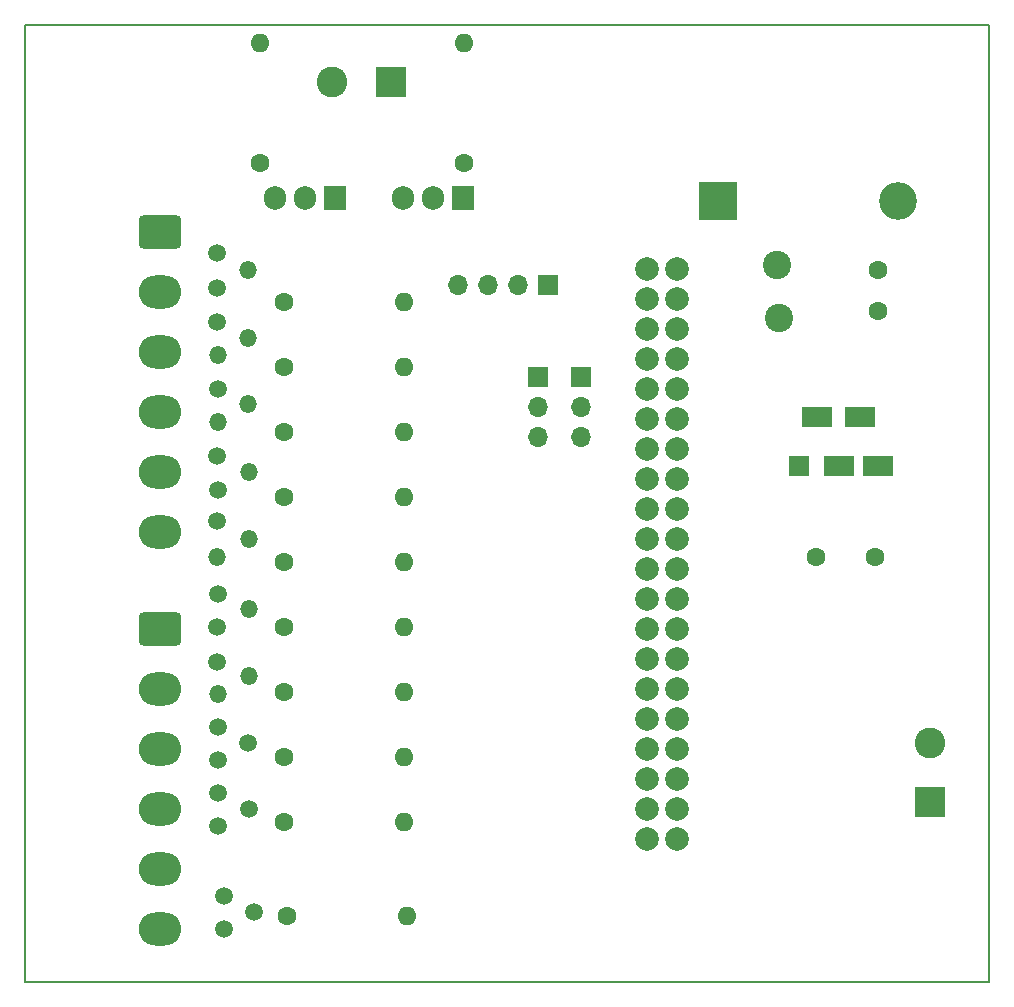
<source format=gbr>
%TF.GenerationSoftware,KiCad,Pcbnew,6.0.11-2627ca5db0~126~ubuntu20.04.1*%
%TF.CreationDate,2023-07-28T15:03:06-03:00*%
%TF.ProjectId,PEF2,50454632-2e6b-4696-9361-645f70636258,rev?*%
%TF.SameCoordinates,Original*%
%TF.FileFunction,Copper,L1,Top*%
%TF.FilePolarity,Positive*%
%FSLAX46Y46*%
G04 Gerber Fmt 4.6, Leading zero omitted, Abs format (unit mm)*
G04 Created by KiCad (PCBNEW 6.0.11-2627ca5db0~126~ubuntu20.04.1) date 2023-07-28 15:03:06*
%MOMM*%
%LPD*%
G01*
G04 APERTURE LIST*
G04 Aperture macros list*
%AMRoundRect*
0 Rectangle with rounded corners*
0 $1 Rounding radius*
0 $2 $3 $4 $5 $6 $7 $8 $9 X,Y pos of 4 corners*
0 Add a 4 corners polygon primitive as box body*
4,1,4,$2,$3,$4,$5,$6,$7,$8,$9,$2,$3,0*
0 Add four circle primitives for the rounded corners*
1,1,$1+$1,$2,$3*
1,1,$1+$1,$4,$5*
1,1,$1+$1,$6,$7*
1,1,$1+$1,$8,$9*
0 Add four rect primitives between the rounded corners*
20,1,$1+$1,$2,$3,$4,$5,0*
20,1,$1+$1,$4,$5,$6,$7,0*
20,1,$1+$1,$6,$7,$8,$9,0*
20,1,$1+$1,$8,$9,$2,$3,0*%
G04 Aperture macros list end*
%TA.AperFunction,Profile*%
%ADD10C,0.200000*%
%TD*%
%TA.AperFunction,ComponentPad*%
%ADD11C,1.500000*%
%TD*%
%TA.AperFunction,ComponentPad*%
%ADD12O,1.500000X1.500000*%
%TD*%
%TA.AperFunction,ComponentPad*%
%ADD13R,1.700000X1.700000*%
%TD*%
%TA.AperFunction,ComponentPad*%
%ADD14O,1.700000X1.700000*%
%TD*%
%TA.AperFunction,ComponentPad*%
%ADD15C,1.600000*%
%TD*%
%TA.AperFunction,ComponentPad*%
%ADD16O,1.600000X1.600000*%
%TD*%
%TA.AperFunction,ComponentPad*%
%ADD17R,3.200000X3.200000*%
%TD*%
%TA.AperFunction,ComponentPad*%
%ADD18O,3.200000X3.200000*%
%TD*%
%TA.AperFunction,ComponentPad*%
%ADD19RoundRect,0.336538X-1.463462X1.063462X-1.463462X-1.063462X1.463462X-1.063462X1.463462X1.063462X0*%
%TD*%
%TA.AperFunction,ComponentPad*%
%ADD20O,3.600000X2.800000*%
%TD*%
%TA.AperFunction,ComponentPad*%
%ADD21C,2.400000*%
%TD*%
%TA.AperFunction,ComponentPad*%
%ADD22C,2.000000*%
%TD*%
%TA.AperFunction,ComponentPad*%
%ADD23R,2.600000X2.600000*%
%TD*%
%TA.AperFunction,ComponentPad*%
%ADD24C,2.600000*%
%TD*%
%TA.AperFunction,ComponentPad*%
%ADD25R,1.800000X1.800000*%
%TD*%
%TA.AperFunction,ComponentPad*%
%ADD26R,2.500000X1.800000*%
%TD*%
%TA.AperFunction,ComponentPad*%
%ADD27R,1.905000X2.000000*%
%TD*%
%TA.AperFunction,ComponentPad*%
%ADD28O,1.905000X2.000000*%
%TD*%
G04 APERTURE END LIST*
D10*
X12400000Y-12400000D02*
X94000000Y-12400000D01*
X94000000Y-12400000D02*
X94000000Y-93400000D01*
X94000000Y-93400000D02*
X12400000Y-93400000D01*
X12400000Y-93400000D02*
X12400000Y-12400000D01*
D11*
%TO.P,Q3,1,E*%
%TO.N,GND*%
X28640000Y-48840000D03*
D12*
%TO.P,Q3,2,B*%
%TO.N,Net-(Q3-Pad2)*%
X31340000Y-50240000D03*
D11*
%TO.P,Q3,3,C*%
%TO.N,530*%
X28740000Y-51740000D03*
%TD*%
D13*
%TO.P,J3,1,Pin_1*%
%TO.N,3.3 V*%
X55795000Y-42200000D03*
D14*
%TO.P,J3,2,Pin_2*%
X55795000Y-44740000D03*
%TO.P,J3,3,Pin_3*%
X55795000Y-47280000D03*
%TD*%
D15*
%TO.P,R5,1*%
%TO.N,Net-(Q4-Pad2)*%
X34320000Y-74326250D03*
D16*
%TO.P,R5,2*%
%TO.N,37*%
X44480000Y-74326250D03*
%TD*%
D17*
%TO.P,D1,1,K*%
%TO.N,Net-(D1-Pad1)*%
X71040000Y-27270000D03*
D18*
%TO.P,D1,2,A*%
%TO.N,GND*%
X86280000Y-27270000D03*
%TD*%
D15*
%TO.P,R10,1*%
%TO.N,Net-(Q9-Pad2)*%
X34320000Y-63318750D03*
D16*
%TO.P,R10,2*%
%TO.N,33*%
X44480000Y-63318750D03*
%TD*%
D15*
%TO.P,C2,1*%
%TO.N,5 V*%
X84600000Y-36590000D03*
%TO.P,C2,2*%
%TO.N,GND*%
X84600000Y-33090000D03*
%TD*%
D19*
%TO.P,J2,1,Pin_1*%
%TO.N,530*%
X23777500Y-63500000D03*
D20*
%TO.P,J2,2,Pin_2*%
%TO.N,600*%
X23777500Y-68580000D03*
%TO.P,J2,3,Pin_3*%
%TO.N,660*%
X23777500Y-73660000D03*
%TO.P,J2,4,Pin_4*%
%TO.N,WA*%
X23777500Y-78740000D03*
%TO.P,J2,5,Pin_5*%
%TO.N,12V*%
X23777500Y-83820000D03*
%TO.P,J2,6,Pin_6*%
%TO.N,PUMP*%
X23777500Y-88900000D03*
%TD*%
D15*
%TO.P,R2,1*%
%TO.N,Net-(Q1-Pad2)*%
X34320000Y-68822500D03*
D16*
%TO.P,R2,2*%
%TO.N,35*%
X44480000Y-68822500D03*
%TD*%
D21*
%TO.P,L1,1,1*%
%TO.N,Net-(D1-Pad1)*%
X76170000Y-37210000D03*
%TO.P,L1,2,2*%
%TO.N,5 V*%
X76070000Y-32710000D03*
%TD*%
D15*
%TO.P,R3,1*%
%TO.N,Net-(Q2-Pad2)*%
X34320000Y-79830000D03*
D16*
%TO.P,R3,2*%
%TO.N,40*%
X44480000Y-79830000D03*
%TD*%
D11*
%TO.P,Q5,1,E*%
%TO.N,GND*%
X29200000Y-86120000D03*
%TO.P,Q5,2,B*%
%TO.N,Net-(Q5-Pad2)*%
X31800000Y-87520000D03*
%TO.P,Q5,3,C*%
%TO.N,PUMP*%
X29200000Y-88920000D03*
%TD*%
D22*
%TO.P,J7,1,Pin_1*%
%TO.N,3.3 V*%
X65000000Y-33075000D03*
%TO.P,J7,2,Pin_2*%
%TO.N,5 V*%
X67540000Y-33075000D03*
%TO.P,J7,3,Pin_3*%
%TO.N,SDA*%
X65000000Y-35615000D03*
%TO.P,J7,4,Pin_4*%
%TO.N,5 V*%
X67540000Y-35615000D03*
%TO.P,J7,5,Pin_5*%
%TO.N,SCL*%
X65000000Y-38155000D03*
%TO.P,J7,6,Pin_6*%
%TO.N,GND*%
X67540000Y-38155000D03*
%TO.P,J7,7,Pin_7*%
%TO.N,Accept B*%
X65000000Y-40695000D03*
%TO.P,J7,8,Pin_8*%
%TO.N,unconnected-(J7-Pad8)*%
X67540000Y-40695000D03*
%TO.P,J7,9,Pin_9*%
%TO.N,GND*%
X65000000Y-43235000D03*
%TO.P,J7,10,Pin_10*%
%TO.N,unconnected-(J7-Pad10)*%
X67540000Y-43235000D03*
%TO.P,J7,11,Pin_11*%
%TO.N,Change B*%
X65000000Y-45775000D03*
%TO.P,J7,12,Pin_12*%
%TO.N,unconnected-(J7-Pad12)*%
X67540000Y-45775000D03*
%TO.P,J7,13,Pin_13*%
%TO.N,Cancel B*%
X65000000Y-48315000D03*
%TO.P,J7,14,Pin_14*%
%TO.N,GND*%
X67540000Y-48315000D03*
%TO.P,J7,15,Pin_15*%
%TO.N,unconnected-(J7-Pad15)*%
X65000000Y-50855000D03*
%TO.P,J7,16,Pin_16*%
%TO.N,unconnected-(J7-Pad16)*%
X67540000Y-50855000D03*
%TO.P,J7,17,Pin_17*%
%TO.N,3.3 V*%
X65000000Y-53395000D03*
%TO.P,J7,18,Pin_18*%
%TO.N,unconnected-(J7-Pad18)*%
X67540000Y-53395000D03*
%TO.P,J7,19,Pin_19*%
%TO.N,19*%
X65000000Y-55935000D03*
%TO.P,J7,20,Pin_20*%
%TO.N,unconnected-(J7-Pad20)*%
X67540000Y-55935000D03*
%TO.P,J7,21,Pin_21*%
%TO.N,21*%
X65000000Y-58475000D03*
%TO.P,J7,22,Pin_22*%
%TO.N,unconnected-(J7-Pad22)*%
X67540000Y-58475000D03*
%TO.P,J7,23,Pin_23*%
%TO.N,23*%
X65000000Y-61015000D03*
%TO.P,J7,24,Pin_24*%
%TO.N,unconnected-(J7-Pad24)*%
X67540000Y-61015000D03*
%TO.P,J7,25,Pin_25*%
%TO.N,GND*%
X65000000Y-63555000D03*
%TO.P,J7,26,Pin_26*%
%TO.N,unconnected-(J7-Pad26)*%
X67540000Y-63555000D03*
%TO.P,J7,27,Pin_27*%
%TO.N,unconnected-(J7-Pad27)*%
X65000000Y-66095000D03*
%TO.P,J7,28,Pin_28*%
%TO.N,unconnected-(J7-Pad28)*%
X67540000Y-66095000D03*
%TO.P,J7,29,Pin_29*%
%TO.N,29*%
X65000000Y-68635000D03*
%TO.P,J7,30,Pin_30*%
%TO.N,GND*%
X67540000Y-68635000D03*
%TO.P,J7,31,Pin_31*%
%TO.N,31*%
X65000000Y-71175000D03*
%TO.P,J7,32,Pin_32*%
%TO.N,unconnected-(J7-Pad32)*%
X67540000Y-71175000D03*
%TO.P,J7,33,Pin_33*%
%TO.N,33*%
X65000000Y-73715000D03*
%TO.P,J7,34,Pin_34*%
%TO.N,GND*%
X67540000Y-73715000D03*
%TO.P,J7,35,Pin_35*%
%TO.N,35*%
X65000000Y-76255000D03*
%TO.P,J7,36,Pin_36*%
%TO.N,unconnected-(J7-Pad36)*%
X67540000Y-76255000D03*
%TO.P,J7,37,Pin_37*%
%TO.N,37*%
X65000000Y-78795000D03*
%TO.P,J7,38,Pin_38*%
%TO.N,38*%
X67540000Y-78795000D03*
%TO.P,J7,39,Pin_39*%
%TO.N,GND*%
X65000000Y-81335000D03*
%TO.P,J7,40,Pin_40*%
%TO.N,40*%
X67540000Y-81335000D03*
%TD*%
D15*
%TO.P,R9,1*%
%TO.N,Net-(Q8-Pad2)*%
X34320000Y-41303750D03*
D16*
%TO.P,R9,2*%
%TO.N,21*%
X44480000Y-41303750D03*
%TD*%
D15*
%TO.P,R7,1*%
%TO.N,Net-(Q6-Pad2)*%
X34320000Y-35800000D03*
D16*
%TO.P,R7,2*%
%TO.N,19*%
X44480000Y-35800000D03*
%TD*%
D23*
%TO.P,J6,1,Pin_1*%
%TO.N,12V*%
X89000000Y-78200000D03*
D24*
%TO.P,J6,2,Pin_2*%
%TO.N,GND*%
X89000000Y-73200000D03*
%TD*%
D11*
%TO.P,Q4,1,E*%
%TO.N,GND*%
X28740000Y-71830000D03*
%TO.P,Q4,2,B*%
%TO.N,Net-(Q4-Pad2)*%
X31240000Y-73200000D03*
%TO.P,Q4,3,C*%
%TO.N,WA*%
X28740000Y-74630000D03*
%TD*%
D25*
%TO.P,U2,1,VIN*%
%TO.N,12V*%
X77880000Y-49700000D03*
D26*
%TO.P,U2,2,OUT*%
%TO.N,Net-(D1-Pad1)*%
X79405000Y-45575000D03*
%TO.P,U2,3,GND*%
%TO.N,GND*%
X81280000Y-49700000D03*
%TO.P,U2,4,FB*%
%TO.N,5 V*%
X83030000Y-45575000D03*
%TO.P,U2,5,~{ON}/OFF*%
%TO.N,GND*%
X84630000Y-49700000D03*
%TD*%
D11*
%TO.P,Q2,1,E*%
%TO.N,GND*%
X28740000Y-77430000D03*
%TO.P,Q2,2,B*%
%TO.N,Net-(Q2-Pad2)*%
X31340000Y-78800000D03*
%TO.P,Q2,3,C*%
%TO.N,365*%
X28740000Y-80230000D03*
%TD*%
D19*
%TO.P,J1,1,Pin_1*%
%TO.N,unconnected-(J1-Pad1)*%
X23777500Y-29900000D03*
D20*
%TO.P,J1,2,Pin_2*%
%TO.N,280*%
X23777500Y-34980000D03*
%TO.P,J1,3,Pin_3*%
%TO.N,365*%
X23777500Y-40060000D03*
%TO.P,J1,4,Pin_4*%
%TO.N,395*%
X23777500Y-45140000D03*
%TO.P,J1,5,Pin_5*%
%TO.N,440*%
X23777500Y-50220000D03*
%TO.P,J1,6,Pin_6*%
%TO.N,470*%
X23777500Y-55300000D03*
%TD*%
D11*
%TO.P,Q6,1,E*%
%TO.N,GND*%
X28640000Y-31730000D03*
D12*
%TO.P,Q6,2,B*%
%TO.N,Net-(Q6-Pad2)*%
X31240000Y-33130000D03*
D11*
%TO.P,Q6,3,C*%
%TO.N,395*%
X28640000Y-34630000D03*
%TD*%
%TO.P,Q7,1,E*%
%TO.N,GND*%
X28640000Y-54400000D03*
D12*
%TO.P,Q7,2,B*%
%TO.N,Net-(Q7-Pad2)*%
X31340000Y-55900000D03*
%TO.P,Q7,3,C*%
%TO.N,600*%
X28640000Y-57400000D03*
%TD*%
D15*
%TO.P,R1,1*%
%TO.N,Net-(R1-Pad1)*%
X49500000Y-24100000D03*
D16*
%TO.P,R1,2*%
%TO.N,ADJ C*%
X49500000Y-13940000D03*
%TD*%
D23*
%TO.P,J8,1,Pin_1*%
%TO.N,ADJ C*%
X43400000Y-17195000D03*
D24*
%TO.P,J8,2,Pin_2*%
%TO.N,AdjUV280*%
X38400000Y-17195000D03*
%TD*%
D13*
%TO.P,J4,1,Pin_1*%
%TO.N,Accept B*%
X59475000Y-42200000D03*
D14*
%TO.P,J4,2,Pin_2*%
%TO.N,Change B*%
X59475000Y-44740000D03*
%TO.P,J4,3,Pin_3*%
%TO.N,Cancel B*%
X59475000Y-47280000D03*
%TD*%
D11*
%TO.P,Q1,1,E*%
%TO.N,GND*%
X28640000Y-66330000D03*
D12*
%TO.P,Q1,2,B*%
%TO.N,Net-(Q1-Pad2)*%
X31340000Y-67530000D03*
%TO.P,Q1,3,C*%
%TO.N,280*%
X28740000Y-69030000D03*
%TD*%
D11*
%TO.P,Q8,1,E*%
%TO.N,GND*%
X28640000Y-37500000D03*
D12*
%TO.P,Q8,2,B*%
%TO.N,Net-(Q8-Pad2)*%
X31240000Y-38900000D03*
%TO.P,Q8,3,C*%
%TO.N,440*%
X28740000Y-40300000D03*
%TD*%
D15*
%TO.P,R6,1*%
%TO.N,Net-(Q5-Pad2)*%
X34520000Y-87800000D03*
D16*
%TO.P,R6,2*%
%TO.N,38*%
X44680000Y-87800000D03*
%TD*%
D15*
%TO.P,R8,1*%
%TO.N,Net-(Q7-Pad2)*%
X34320000Y-57815000D03*
D16*
%TO.P,R8,2*%
%TO.N,31*%
X44480000Y-57815000D03*
%TD*%
D15*
%TO.P,R4,1*%
%TO.N,Net-(Q3-Pad2)*%
X34320000Y-52311250D03*
D16*
%TO.P,R4,2*%
%TO.N,29*%
X44480000Y-52311250D03*
%TD*%
D27*
%TO.P,U3,1,ADJ*%
%TO.N,AdjUV280*%
X38640000Y-27055000D03*
D28*
%TO.P,U3,2,VO*%
%TO.N,Net-(R12-Pad1)*%
X36100000Y-27055000D03*
%TO.P,U3,3,VI*%
%TO.N,12V*%
X33560000Y-27055000D03*
%TD*%
D15*
%TO.P,C1,1*%
%TO.N,12V*%
X79340000Y-57400000D03*
%TO.P,C1,2*%
%TO.N,GND*%
X84340000Y-57400000D03*
%TD*%
%TO.P,R12,1*%
%TO.N,Net-(R12-Pad1)*%
X32300000Y-24100000D03*
D16*
%TO.P,R12,2*%
%TO.N,AdjUV280*%
X32300000Y-13940000D03*
%TD*%
D11*
%TO.P,Q9,1,E*%
%TO.N,GND*%
X28740000Y-60560000D03*
D12*
%TO.P,Q9,2,B*%
%TO.N,Net-(Q9-Pad2)*%
X31340000Y-61860000D03*
D11*
%TO.P,Q9,3,C*%
%TO.N,660*%
X28640000Y-63360000D03*
%TD*%
D13*
%TO.P,J5,1,Pin_1*%
%TO.N,5 V*%
X56675000Y-34400000D03*
D14*
%TO.P,J5,2,Pin_2*%
%TO.N,GND*%
X54135000Y-34400000D03*
%TO.P,J5,3,Pin_3*%
%TO.N,SDA*%
X51595000Y-34400000D03*
%TO.P,J5,4,Pin_4*%
%TO.N,SCL*%
X49055000Y-34400000D03*
%TD*%
D15*
%TO.P,R11,1*%
%TO.N,Net-(Q10-Pad2)*%
X34320000Y-46807500D03*
D16*
%TO.P,R11,2*%
%TO.N,23*%
X44480000Y-46807500D03*
%TD*%
D11*
%TO.P,Q10,1,E*%
%TO.N,GND*%
X28740000Y-43170000D03*
D12*
%TO.P,Q10,2,B*%
%TO.N,Net-(Q10-Pad2)*%
X31240000Y-44470000D03*
%TO.P,Q10,3,C*%
%TO.N,470*%
X28740000Y-45970000D03*
%TD*%
D27*
%TO.P,U1,1,ADJ*%
%TO.N,ADJ C*%
X49440000Y-27055000D03*
D28*
%TO.P,U1,2,VO*%
%TO.N,Net-(R1-Pad1)*%
X46900000Y-27055000D03*
%TO.P,U1,3,VI*%
%TO.N,12V*%
X44360000Y-27055000D03*
%TD*%
M02*

</source>
